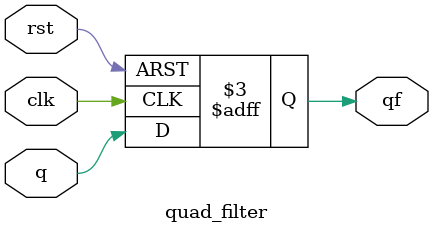
<source format=v>
`timescale 1ns / 1ps

module quad_filter(clk, rst, q, qf);
    input clk;
    input rst;
    input q;
    output qf;

    reg qf;
    //reg [1:0] hist;


    always @(posedge clk or negedge rst) begin
	if (!rst) begin
	    qf <= 0;
	    //hist <= 2'b00;
	end
	else begin
	    /*
	    // Output filter logic.
	    if (hist[1] && hist[0])
		qf <= 1;
	    else if (!hist[1] && !hist[0])
		qf <= 0;
	    else
		qf <= qf;
	    // Input buffer.
	    hist <= { hist[0], q };
	    */
	    qf <= q;
	end
    end

endmodule

</source>
